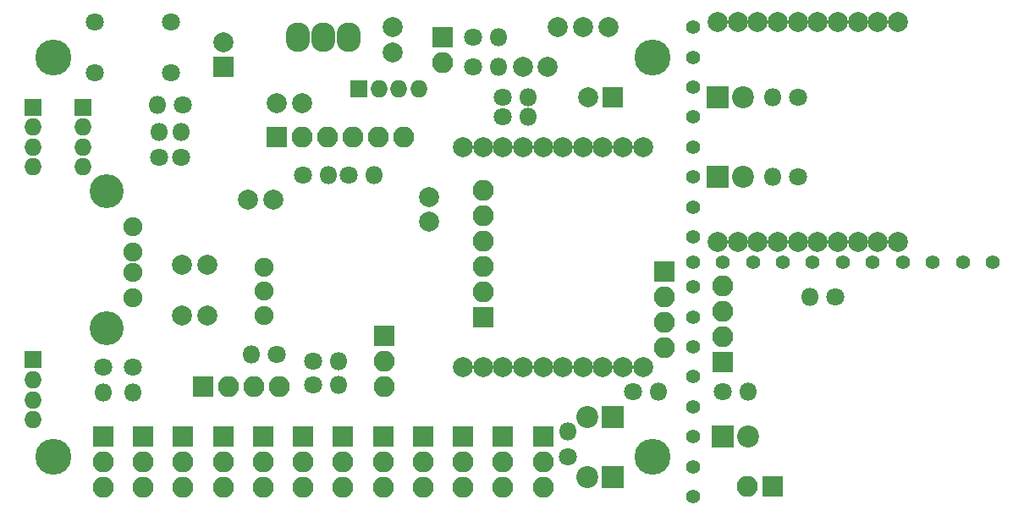
<source format=gbs>
G04 #@! TF.FileFunction,Soldermask,Bot*
%FSLAX45Y45*%
G04 Gerber Fmt 4.5, Leading zero omitted, Abs format (unit mm)*
G04 Created by KiCad (PCBNEW 4.0.2-stable) date 2017/02/21 9:17:19*
%MOMM*%
G01*
G04 APERTURE LIST*
%ADD10C,0.100000*%
%ADD11C,1.400000*%
%ADD12C,2.000000*%
%ADD13R,2.100000X2.100000*%
%ADD14O,2.100000X2.100000*%
%ADD15C,3.600000*%
%ADD16C,1.900000*%
%ADD17C,3.400000*%
%ADD18C,1.797000*%
%ADD19R,2.200000X2.200000*%
%ADD20C,2.200000*%
%ADD21R,1.750000X1.750000*%
%ADD22O,1.750000X1.750000*%
%ADD23C,1.800000*%
%ADD24O,1.800000X1.800000*%
%ADD25R,2.000000X2.000000*%
%ADD26O,2.432000X2.940000*%
G04 APERTURE END LIST*
D10*
D11*
X22400000Y-5050000D03*
X22100000Y-5050000D03*
X21800000Y-5050000D03*
X20600000Y-5050000D03*
X20900000Y-5050000D03*
X21500000Y-5050000D03*
X21200000Y-5050000D03*
X20000000Y-5050000D03*
X20300000Y-5050000D03*
X19700000Y-5050000D03*
X19400000Y-5300000D03*
X19400000Y-5300000D03*
X19400000Y-5600000D03*
X19400000Y-7400000D03*
X19400000Y-7100000D03*
X19400000Y-6500000D03*
X19400000Y-6800000D03*
X19400000Y-6200000D03*
X19400000Y-5900000D03*
X19400000Y-5900000D03*
X19400000Y-3300000D03*
X19400000Y-3300000D03*
X19400000Y-3600000D03*
X19400000Y-4200000D03*
X19400000Y-3900000D03*
X19400000Y-4500000D03*
X19400000Y-4800000D03*
X19400000Y-5050000D03*
X19400000Y-3000000D03*
X19400000Y-2700000D03*
D12*
X18900000Y-3900000D03*
X18700000Y-3900000D03*
X18500000Y-3900000D03*
X18300000Y-3900000D03*
X18100000Y-3900000D03*
X17900000Y-3900000D03*
X17700000Y-3900000D03*
X17500000Y-3900000D03*
X17300000Y-3900000D03*
X17100000Y-3900000D03*
X17100000Y-6100000D03*
X17300000Y-6100000D03*
X17500000Y-6100000D03*
X17700000Y-6100000D03*
X17900000Y-6100000D03*
X18100000Y-6100000D03*
X18300000Y-6100000D03*
X18500000Y-6100000D03*
X18700000Y-6100000D03*
X18900000Y-6100000D03*
D13*
X19700000Y-6050000D03*
D14*
X19700000Y-5796000D03*
X19700000Y-5542000D03*
X19700000Y-5288000D03*
D15*
X19000000Y-7000000D03*
X19000000Y-3000000D03*
X13000000Y-3000000D03*
D13*
X13500000Y-6800000D03*
D14*
X13500000Y-7054000D03*
X13500000Y-7308000D03*
D13*
X14300000Y-6800000D03*
D14*
X14300000Y-7054000D03*
X14300000Y-7308000D03*
D13*
X15500000Y-6800000D03*
D14*
X15500000Y-7054000D03*
X15500000Y-7308000D03*
D13*
X15900000Y-6800000D03*
D14*
X15900000Y-7054000D03*
X15900000Y-7308000D03*
D13*
X16300000Y-6800000D03*
D14*
X16300000Y-7054000D03*
X16300000Y-7308000D03*
D13*
X16700000Y-6800000D03*
D14*
X16700000Y-7054000D03*
X16700000Y-7308000D03*
D13*
X17500000Y-6800000D03*
D14*
X17500000Y-7054000D03*
X17500000Y-7308000D03*
D13*
X17900000Y-6800000D03*
D14*
X17900000Y-7054000D03*
X17900000Y-7308000D03*
D16*
X13800000Y-5411000D03*
X13800000Y-5157000D03*
X13800000Y-4954000D03*
X13800000Y-4700000D03*
D17*
X13533000Y-5716000D03*
X13533000Y-4344000D03*
D18*
X14181000Y-2646000D03*
X14181000Y-3154000D03*
X13419000Y-2646000D03*
X13419000Y-3154000D03*
D13*
X20200000Y-7300000D03*
D14*
X19946000Y-7300000D03*
D13*
X19113500Y-5143500D03*
D14*
X19113500Y-5397500D03*
X19113500Y-5651500D03*
X19113500Y-5905500D03*
D19*
X19650000Y-3400000D03*
D20*
X19904000Y-3400000D03*
D21*
X12800000Y-6030000D03*
D22*
X12800000Y-6230000D03*
X12800000Y-6430000D03*
X12800000Y-6630000D03*
D21*
X13300000Y-3500000D03*
D22*
X13300000Y-3700000D03*
X13300000Y-3900000D03*
X13300000Y-4100000D03*
D21*
X12800000Y-3500000D03*
D22*
X12800000Y-3700000D03*
X12800000Y-3900000D03*
X12800000Y-4100000D03*
D21*
X16060000Y-3320000D03*
D22*
X16260000Y-3320000D03*
X16460000Y-3320000D03*
X16660000Y-3320000D03*
D13*
X17300000Y-5600000D03*
D14*
X17300000Y-5346000D03*
X17300000Y-5092000D03*
X17300000Y-4838000D03*
X17300000Y-4584000D03*
X17300000Y-4330000D03*
D19*
X18600000Y-7200000D03*
D20*
X18346000Y-7200000D03*
D19*
X18600000Y-6600000D03*
D20*
X18346000Y-6600000D03*
D12*
X21450000Y-2650000D03*
X21250000Y-2650000D03*
X21050000Y-2650000D03*
X20850000Y-2650000D03*
X20650000Y-2650000D03*
X20450000Y-2650000D03*
X20250000Y-2650000D03*
X20050000Y-2650000D03*
X19850000Y-2650000D03*
X19650000Y-2650000D03*
X19650000Y-4850000D03*
X19850000Y-4850000D03*
X20050000Y-4850000D03*
X20250000Y-4850000D03*
X20450000Y-4850000D03*
X20650000Y-4850000D03*
X20850000Y-4850000D03*
X21050000Y-4850000D03*
X21250000Y-4850000D03*
X21450000Y-4850000D03*
D19*
X19700000Y-6800000D03*
D20*
X19954000Y-6800000D03*
D13*
X15240000Y-3800000D03*
D14*
X15494000Y-3800000D03*
X15748000Y-3800000D03*
X16002000Y-3800000D03*
X16256000Y-3800000D03*
X16510000Y-3800000D03*
D19*
X19650000Y-4200000D03*
D20*
X19904000Y-4200000D03*
D13*
X16900000Y-2800000D03*
D14*
X16900000Y-3054000D03*
D15*
X13000000Y-7000000D03*
D12*
X18554000Y-2700000D03*
X18300000Y-2700000D03*
X18046000Y-2700000D03*
X17700000Y-3100000D03*
X17950000Y-3100000D03*
X16760000Y-4400000D03*
X16760000Y-4650000D03*
X16400000Y-2700000D03*
X16400000Y-2950000D03*
X15240000Y-3460000D03*
X15490000Y-3460000D03*
X15200000Y-4425000D03*
X14950000Y-4425000D03*
D23*
X20450000Y-3400000D03*
D24*
X20196000Y-3400000D03*
D23*
X20450000Y-4200000D03*
D24*
X20196000Y-4200000D03*
D23*
X15960000Y-4180000D03*
D24*
X16214000Y-4180000D03*
D23*
X18800000Y-6350000D03*
D24*
X19054000Y-6350000D03*
D23*
X18150000Y-7000000D03*
D24*
X18150000Y-6746000D03*
D23*
X15500000Y-4180000D03*
D24*
X15754000Y-4180000D03*
D23*
X19700000Y-6350000D03*
D24*
X19954000Y-6350000D03*
D23*
X17500000Y-3600000D03*
D24*
X17754000Y-3600000D03*
D23*
X13500000Y-6100000D03*
D24*
X13500000Y-6354000D03*
D23*
X13800000Y-6100000D03*
D24*
X13800000Y-6354000D03*
D23*
X14280000Y-4000000D03*
D24*
X14280000Y-3746000D03*
D23*
X14060000Y-4000000D03*
D24*
X14060000Y-3746000D03*
D23*
X17500000Y-3400000D03*
D24*
X17754000Y-3400000D03*
D23*
X17200000Y-3100000D03*
D24*
X17454000Y-3100000D03*
D23*
X14300000Y-3480000D03*
D24*
X14046000Y-3480000D03*
D23*
X17200000Y-2800000D03*
D24*
X17454000Y-2800000D03*
D23*
X20825000Y-5400000D03*
D24*
X20571000Y-5400000D03*
D12*
X14541500Y-5080000D03*
X14291500Y-5080000D03*
X14541500Y-5588000D03*
X14291500Y-5588000D03*
D25*
X18600000Y-3400000D03*
D12*
X18350000Y-3400000D03*
D25*
X14700000Y-3100000D03*
D12*
X14700000Y-2850000D03*
D26*
X15700000Y-2800000D03*
X15446000Y-2800000D03*
X15954000Y-2800000D03*
D13*
X16310000Y-5790000D03*
D14*
X16310000Y-6044000D03*
X16310000Y-6298000D03*
D23*
X15240000Y-5980000D03*
D24*
X14986000Y-5980000D03*
D23*
X15600000Y-6280000D03*
D24*
X15854000Y-6280000D03*
D23*
X15600000Y-6040000D03*
D24*
X15854000Y-6040000D03*
D13*
X14500000Y-6300000D03*
D14*
X14754000Y-6300000D03*
X15008000Y-6300000D03*
X15262000Y-6300000D03*
D13*
X13900000Y-6800000D03*
D14*
X13900000Y-7054000D03*
X13900000Y-7308000D03*
D13*
X14700000Y-6800000D03*
D14*
X14700000Y-7054000D03*
X14700000Y-7308000D03*
D13*
X15100000Y-6800000D03*
D14*
X15100000Y-7054000D03*
X15100000Y-7308000D03*
D13*
X17100000Y-6800000D03*
D14*
X17100000Y-7054000D03*
X17100000Y-7308000D03*
D16*
X15113000Y-5588000D03*
X15113000Y-5344000D03*
X15113000Y-5100000D03*
D11*
X19400000Y-2700000D03*
M02*

</source>
